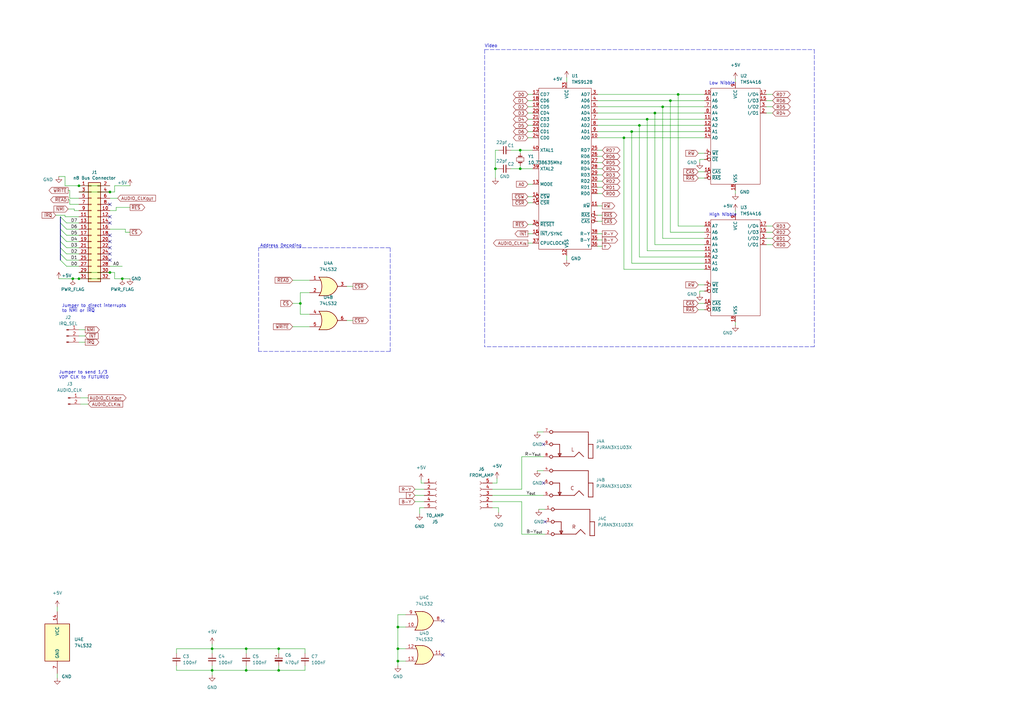
<source format=kicad_sch>
(kicad_sch (version 20211123) (generator eeschema)
  (paper "A3")
  (title_block (title "Pixel Juice") (date "2023-03-03") (rev "v1") (company "Nate Rivard"))
  (lib_symbols
    (symbol "74xx:74LS32" (pin_names (offset 1.016))
      (property "Reference" "U" (at 0 1.27 0))
      (property "Value" "74LS32" (at 0 -1.27 0))
      (symbol "74LS32_1_1"
        (pin input line (at -7.62 2.54 0) (length 4.318) (name "~") (number "1"))
        (pin input line (at -7.62 -2.54 0) (length 4.318) (name "~") (number "2"))
        (pin output line (at 7.62 0 180) (length 3.81) (name "~") (number "3"))
      )
      (symbol "74LS32_1_2"
        (pin input inverted (at -7.62 2.54 0) (length 3.81) (name "~") (number "1"))
        (pin input inverted (at -7.62 -2.54 0) (length 3.81) (name "~") (number "2"))
        (pin output inverted (at 7.62 0 180) (length 3.81) (name "~") (number "3"))
      )
      (symbol "74LS32_2_1"
        (pin input line (at -7.62 2.54 0) (length 4.318) (name "~") (number "4"))
        (pin input line (at -7.62 -2.54 0) (length 4.318) (name "~") (number "5"))
        (pin output line (at 7.62 0 180) (length 3.81) (name "~") (number "6"))
      )
      (symbol "74LS32_2_2"
        (pin input inverted (at -7.62 2.54 0) (length 3.81) (name "~") (number "4"))
        (pin input inverted (at -7.62 -2.54 0) (length 3.81) (name "~") (number "5"))
        (pin output inverted (at 7.62 0 180) (length 3.81) (name "~") (number "6"))
      )
      (symbol "74LS32_3_1"
        (pin input line (at -7.62 -2.54 0) (length 4.318) (name "~") (number "10"))
        (pin output line (at 7.62 0 180) (length 3.81) (name "~") (number "8"))
        (pin input line (at -7.62 2.54 0) (length 4.318) (name "~") (number "9"))
      )
      (symbol "74LS32_3_2"
        (pin input inverted (at -7.62 -2.54 0) (length 3.81) (name "~") (number "10"))
        (pin output inverted (at 7.62 0 180) (length 3.81) (name "~") (number "8"))
        (pin input inverted (at -7.62 2.54 0) (length 3.81) (name "~") (number "9"))
      )
      (symbol "74LS32_4_1"
        (pin output line (at 7.62 0 180) (length 3.81) (name "~") (number "11"))
        (pin input line (at -7.62 2.54 0) (length 4.318) (name "~") (number "12"))
        (pin input line (at -7.62 -2.54 0) (length 4.318) (name "~") (number "13"))
      )
      (symbol "74LS32_4_2"
        (pin output inverted (at 7.62 0 180) (length 3.81) (name "~") (number "11"))
        (pin input inverted (at -7.62 2.54 0) (length 3.81) (name "~") (number "12"))
        (pin input inverted (at -7.62 -2.54 0) (length 3.81) (name "~") (number "13"))
      )
      (symbol "74LS32_5_0"
        (pin power_in line (at 0 12.7 270) (length 5.08) (name "VCC") (number "14"))
        (pin power_in line (at 0 -12.7 90) (length 5.08) (name "GND") (number "7"))
      )
    )
    (symbol "Connector:Conn_01x02_Male" (pin_names (offset 1.016) hide)
      (property "Reference" "J" (at 0 2.54 0))
      (property "Value" "Conn_01x02_Male" (at 0 -5.08 0))
      (symbol "Conn_01x02_Male_1_1"
        (pin passive line (at 5.08 0 180) (length 3.81) (name "Pin_1") (number "1"))
        (pin passive line (at 5.08 -2.54 180) (length 3.81) (name "Pin_2") (number "2"))
      )
    )
    (symbol "Connector:Conn_01x03_Male" (pin_names (offset 1.016) hide)
      (property "Reference" "J" (at 0 5.08 0))
      (property "Value" "Conn_01x03_Male" (at 0 -5.08 0))
      (symbol "Conn_01x03_Male_1_1"
        (pin passive line (at 5.08 2.54 180) (length 3.81) (name "Pin_1") (number "1"))
        (pin passive line (at 5.08 0 180) (length 3.81) (name "Pin_2") (number "2"))
        (pin passive line (at 5.08 -2.54 180) (length 3.81) (name "Pin_3") (number "3"))
      )
    )
    (symbol "Connector:Conn_01x05_Female" (pin_names (offset 1.016) hide)
      (property "Reference" "J" (at 0 7.62 0))
      (property "Value" "Conn_01x05_Female" (at 0 -7.62 0))
      (symbol "Conn_01x05_Female_1_1"
        (pin passive line (at -5.08 5.08 0) (length 3.81) (name "Pin_1") (number "1"))
        (pin passive line (at -5.08 2.54 0) (length 3.81) (name "Pin_2") (number "2"))
        (pin passive line (at -5.08 0 0) (length 3.81) (name "Pin_3") (number "3"))
        (pin passive line (at -5.08 -2.54 0) (length 3.81) (name "Pin_4") (number "4"))
        (pin passive line (at -5.08 -5.08 0) (length 3.81) (name "Pin_5") (number "5"))
      )
    )
    (symbol "Connector_Generic:Conn_02x16_Odd_Even" (pin_names (offset 1.016) hide)
      (property "Reference" "J" (at 1.27 20.32 0))
      (property "Value" "Conn_02x16_Odd_Even" (at 1.27 -22.86 0))
      (symbol "Conn_02x16_Odd_Even_1_1"
        (pin passive line (at -5.08 17.78 0) (length 3.81) (name "Pin_1") (number "1"))
        (pin passive line (at 7.62 7.62 180) (length 3.81) (name "Pin_10") (number "10"))
        (pin passive line (at -5.08 5.08 0) (length 3.81) (name "Pin_11") (number "11"))
        (pin passive line (at 7.62 5.08 180) (length 3.81) (name "Pin_12") (number "12"))
        (pin passive line (at -5.08 2.54 0) (length 3.81) (name "Pin_13") (number "13"))
        (pin passive line (at 7.62 2.54 180) (length 3.81) (name "Pin_14") (number "14"))
        (pin passive line (at -5.08 0 0) (length 3.81) (name "Pin_15") (number "15"))
        (pin passive line (at 7.62 0 180) (length 3.81) (name "Pin_16") (number "16"))
        (pin passive line (at -5.08 -2.54 0) (length 3.81) (name "Pin_17") (number "17"))
        (pin passive line (at 7.62 -2.54 180) (length 3.81) (name "Pin_18") (number "18"))
        (pin passive line (at -5.08 -5.08 0) (length 3.81) (name "Pin_19") (number "19"))
        (pin passive line (at 7.62 17.78 180) (length 3.81) (name "Pin_2") (number "2"))
        (pin passive line (at 7.62 -5.08 180) (length 3.81) (name "Pin_20") (number "20"))
        (pin passive line (at -5.08 -7.62 0) (length 3.81) (name "Pin_21") (number "21"))
        (pin passive line (at 7.62 -7.62 180) (length 3.81) (name "Pin_22") (number "22"))
        (pin passive line (at -5.08 -10.16 0) (length 3.81) (name "Pin_23") (number "23"))
        (pin passive line (at 7.62 -10.16 180) (length 3.81) (name "Pin_24") (number "24"))
        (pin passive line (at -5.08 -12.7 0) (length 3.81) (name "Pin_25") (number "25"))
        (pin passive line (at 7.62 -12.7 180) (length 3.81) (name "Pin_26") (number "26"))
        (pin passive line (at -5.08 -15.24 0) (length 3.81) (name "Pin_27") (number "27"))
        (pin passive line (at 7.62 -15.24 180) (length 3.81) (name "Pin_28") (number "28"))
        (pin passive line (at -5.08 -17.78 0) (length 3.81) (name "Pin_29") (number "29"))
        (pin passive line (at -5.08 15.24 0) (length 3.81) (name "Pin_3") (number "3"))
        (pin passive line (at 7.62 -17.78 180) (length 3.81) (name "Pin_30") (number "30"))
        (pin passive line (at -5.08 -20.32 0) (length 3.81) (name "Pin_31") (number "31"))
        (pin passive line (at 7.62 -20.32 180) (length 3.81) (name "Pin_32") (number "32"))
        (pin passive line (at 7.62 15.24 180) (length 3.81) (name "Pin_4") (number "4"))
        (pin passive line (at -5.08 12.7 0) (length 3.81) (name "Pin_5") (number "5"))
        (pin passive line (at 7.62 12.7 180) (length 3.81) (name "Pin_6") (number "6"))
        (pin passive line (at -5.08 10.16 0) (length 3.81) (name "Pin_7") (number "7"))
        (pin passive line (at 7.62 10.16 180) (length 3.81) (name "Pin_8") (number "8"))
        (pin passive line (at -5.08 7.62 0) (length 3.81) (name "Pin_9") (number "9"))
      )
    )
    (symbol "Device:C_Polarized_Small" (pin_numbers hide) (pin_names (offset 0.254) hide)
      (property "Reference" "C" (at 0.254 1.778 0))
      (property "Value" "C_Polarized_Small" (at 0.254 -2.032 0))
      (symbol "C_Polarized_Small_1_1"
        (pin passive line (at 0 2.54 270) (length 1.8542) (name "~") (number "1"))
        (pin passive line (at 0 -2.54 90) (length 1.8542) (name "~") (number "2"))
      )
    )
    (symbol "Device:C_Small" (pin_numbers hide) (pin_names (offset 0.254) hide)
      (property "Reference" "C" (at 0.254 1.778 0))
      (property "Value" "C_Small" (at 0.254 -2.032 0))
      (symbol "C_Small_1_1"
        (pin passive line (at 0 2.54 270) (length 2.032) (name "~") (number "1"))
        (pin passive line (at 0 -2.54 90) (length 2.032) (name "~") (number "2"))
      )
    )
    (symbol "Device:Crystal_Small" (pin_numbers hide) (pin_names (offset 1.016) hide)
      (property "Reference" "Y" (at 0 2.54 0))
      (property "Value" "Crystal_Small" (at 0 -2.54 0))
      (symbol "Crystal_Small_1_1"
        (pin passive line (at -2.54 0 0) (length 1.27) (name "1") (number "1"))
        (pin passive line (at 2.54 0 180) (length 1.27) (name "2") (number "2"))
      )
    )
    (symbol "PJRAN3X1U03X:PJRAN3X1U03X" (pin_names (offset 1.016))
      (property "Reference" "J" (at 0 0 0))
      (property "Value" "PJRAN3X1U03X" (at 0 0 0))
      (symbol "PJRAN3X1U03X_1_0"
        (text "L" (at -1.27 1.27 0) (effects (font (size 1.48 1.48)) (justify left top)))
        (pin passive line (at 11.43 -5.08 180) (length 2.54) (name "~") (number "7"))
        (pin passive line (at 11.4253 5.08 180) (length 2.54) (name "~") (number "8"))
        (pin passive line (at 11.43 0 180) (length 2.54) (name "~") (number "9"))
      )
      (symbol "PJRAN3X1U03X_2_0"
        (text "C" (at -1.27 1.27 0) (effects (font (size 1.48 1.48)) (justify left top)))
        (pin passive line (at 11.43 -5.08 180) (length 2.54) (name "~") (number "4"))
        (pin passive line (at 11.43 5.08 180) (length 2.54) (name "~") (number "5"))
        (pin passive line (at 11.43 0 180) (length 2.54) (name "~") (number "6"))
      )
      (symbol "PJRAN3X1U03X_3_0"
        (text "R" (at -1.27 1.27 0) (effects (font (size 1.48 1.48)) (justify left top)))
        (pin passive line (at 11.43 -5.08 180) (length 2.54) (name "~") (number "1"))
        (pin passive line (at 11.43 5.08 180) (length 2.54) (name "~") (number "2"))
        (pin passive line (at 11.43 0 180) (length 2.54) (name "~") (number "3"))
      )
    )
    (symbol "VDP:TMS4416"
      (property "Reference" "U" (at 0 -3.81 0))
      (property "Value" "TMS4416" (at 0 -1.27 0))
      (symbol "TMS4416_1_1"
        (pin input inverted (at -12.7 -11.43 0) (length 2.54) (name "~{OE}") (number "1"))
        (pin input line (at -12.7 15.24 0) (length 2.54) (name "A7") (number "10"))
        (pin input line (at -12.7 5.08 0) (length 2.54) (name "A3") (number "11"))
        (pin input line (at -12.7 2.54 0) (length 2.54) (name "A2") (number "12"))
        (pin input line (at -12.7 0 0) (length 2.54) (name "A1") (number "13"))
        (pin input line (at -12.7 -2.54 0) (length 2.54) (name "A0") (number "14"))
        (pin bidirectional line (at 12.7 12.7 180) (length 2.54) (name "I/O3") (number "15"))
        (pin input inverted (at -12.7 -16.51 0) (length 2.54) (name "~{CAS}") (number "16"))
        (pin bidirectional line (at 12.7 15.24 180) (length 2.54) (name "I/O4") (number "17"))
        (pin power_in line (at 0 -24.13 90) (length 2.54) (name "VSS") (number "18"))
        (pin bidirectional line (at 12.7 7.62 180) (length 2.54) (name "I/O1") (number "2"))
        (pin bidirectional line (at 12.7 10.16 180) (length 2.54) (name "I/O2") (number "3"))
        (pin input inverted (at -12.7 -8.89 0) (length 2.54) (name "~{WE}") (number "4"))
        (pin input inverted (at -12.7 -19.05 0) (length 2.54) (name "~{RAS}") (number "5"))
        (pin input line (at -12.7 12.7 0) (length 2.54) (name "A6") (number "6"))
        (pin input line (at -12.7 10.16 0) (length 2.54) (name "A5") (number "7"))
        (pin input line (at -12.7 7.62 0) (length 2.54) (name "A4") (number "8"))
        (pin power_in line (at 0 20.32 270) (length 2.54) (name "VCC") (number "9"))
      )
    )
    (symbol "VDP:TMS9128"
      (property "Reference" "U" (at -10.16 31.75 0))
      (property "Value" "TMS9128" (at 0 0 0))
      (symbol "TMS9128_1_1"
        (pin output inverted (at 12.7 -21.59 180) (length 2.54) (name "~{RAS}") (number "1"))
        (pin output line (at 12.7 10.16 180) (length 2.54) (name "AD0") (number "10"))
        (pin output line (at 12.7 -17.78 180) (length 2.54) (name "R~{W}") (number "11"))
        (pin power_in line (at 0 -38.1 90) (length 2.54) (name "VSS") (number "12"))
        (pin input line (at -13.97 -8.89 0) (length 2.54) (name "MODE") (number "13"))
        (pin input inverted (at -13.97 -13.97 0) (length 2.54) (name "~{CSW}") (number "14"))
        (pin input inverted (at -13.97 -16.51 0) (length 2.54) (name "~{CSR}") (number "15"))
        (pin output inverted (at -13.97 -29.21 0) (length 2.54) (name "~{INT}/SYNC") (number "16"))
        (pin input line (at -13.97 27.94 0) (length 2.54) (name "CD7") (number "17"))
        (pin input line (at -13.97 25.4 0) (length 2.54) (name "CD6") (number "18"))
        (pin input line (at -13.97 22.86 0) (length 2.54) (name "CD5") (number "19"))
        (pin output inverted (at 12.7 -24.13 180) (length 2.54) (name "~{CAS}") (number "2"))
        (pin input line (at -13.97 20.32 0) (length 2.54) (name "CD4") (number "20"))
        (pin input line (at -13.97 17.78 0) (length 2.54) (name "CD3") (number "21"))
        (pin input line (at -13.97 15.24 0) (length 2.54) (name "CD2") (number "22"))
        (pin input line (at -13.97 12.7 0) (length 2.54) (name "CD1") (number "23"))
        (pin input line (at -13.97 10.16 0) (length 2.54) (name "CD0") (number "24"))
        (pin bidirectional line (at 12.7 5.08 180) (length 2.54) (name "RD7") (number "25"))
        (pin bidirectional line (at 12.7 2.54 180) (length 2.54) (name "RD6") (number "26"))
        (pin bidirectional line (at 12.7 0 180) (length 2.54) (name "RD5") (number "27"))
        (pin bidirectional line (at 12.7 -2.54 180) (length 2.54) (name "RD4") (number "28"))
        (pin bidirectional line (at 12.7 -5.08 180) (length 2.54) (name "RD3") (number "29"))
        (pin output line (at 12.7 27.94 180) (length 2.54) (name "AD7") (number "3"))
        (pin bidirectional line (at 12.7 -7.62 180) (length 2.54) (name "RD2") (number "30"))
        (pin bidirectional line (at 12.7 -10.16 180) (length 2.54) (name "RD1") (number "31"))
        (pin bidirectional line (at 12.7 -12.7 180) (length 2.54) (name "RD0") (number "32"))
        (pin power_in line (at 0 33.02 270) (length 2.54) (name "VCC") (number "33"))
        (pin input inverted (at -13.97 -25.4 0) (length 2.54) (name "~{RESET}") (number "34"))
        (pin output line (at 12.7 -31.75 180) (length 2.54) (name "B-Y") (number "35"))
        (pin output line (at 12.7 -34.29 180) (length 2.54) (name "Y") (number "36"))
        (pin output line (at -13.97 -33.02 0) (length 2.54) (name "CPUCLOCK") (number "37"))
        (pin output line (at 12.7 -29.21 180) (length 2.54) (name "R-Y") (number "38"))
        (pin input line (at -13.97 -2.54 0) (length 2.54) (name "XTAL2") (number "39"))
        (pin output line (at 12.7 25.4 180) (length 2.54) (name "AD6") (number "4"))
        (pin input line (at -13.97 5.08 0) (length 2.54) (name "XTAL1") (number "40"))
        (pin output line (at 12.7 22.86 180) (length 2.54) (name "AD5") (number "5"))
        (pin output line (at 12.7 20.32 180) (length 2.54) (name "AD4") (number "6"))
        (pin output line (at 12.7 17.78 180) (length 2.54) (name "AD3") (number "7"))
        (pin output line (at 12.7 15.24 180) (length 2.54) (name "AD2") (number "8"))
        (pin output line (at 12.7 12.7 180) (length 2.54) (name "AD1") (number "9"))
      )
    )
    (symbol "power:+5V" (power) (pin_names (offset 0))
      (property "Value" "+5V" (at 0 3.556 0))
      (symbol "+5V_1_1"
        (pin power_in line (at 0 0 90) (length 0) hide (name "+5V") (number "1"))
      )
    )
    (symbol "power:GND" (power) (pin_names (offset 0))
      (property "Value" "GND" (at 0 -3.81 0))
      (symbol "GND_1_1"
        (pin power_in line (at 0 0 270) (length 0) hide (name "GND") (number "1"))
      )
    )
    (symbol "power:PWR_FLAG" (power) (pin_numbers hide) (pin_names (offset 0) hide)
      (property "Value" "PWR_FLAG" (at 0 3.81 0))
      (symbol "PWR_FLAG_0_0"
        (pin power_out line (at 0 0 90) (length 0) (name "pwr") (number "1"))
      )
    )
  )
  (junction (at 29.845 114.3))
  (junction (at 203.2 69.215))
  (junction (at 86.995 266.065))
  (junction (at 114.3 274.955))
  (junction (at 278.13 38.735))
  (junction (at 213.36 69.215))
  (junction (at 265.43 48.895))
  (junction (at 259.08 53.975))
  (junction (at 32.385 114.3))
  (junction (at 262.255 51.435))
  (junction (at 274.955 41.275))
  (junction (at 123.19 124.46))
  (junction (at 32.385 76.2))
  (junction (at 268.605 46.355))
  (junction (at 271.78 43.815))
  (junction (at 255.905 56.515))
  (junction (at 50.165 114.3))
  (junction (at 163.195 266.065))
  (junction (at 86.995 274.955))
  (junction (at 213.36 61.595))
  (junction (at 45.085 78.74))
  (junction (at 45.085 111.76))
  (junction (at 163.195 257.175))
  (junction (at 100.965 266.065))
  (junction (at 114.3 266.065))
  (junction (at 163.195 271.145))
  (junction (at 100.965 274.955))
  (no_connect (at 45.085 96.52))
  (no_connect (at 45.085 83.82))
  (no_connect (at 222.885 182.245))
  (no_connect (at 222.885 198.12))
  (no_connect (at 223.52 213.995))
  (no_connect (at 45.085 91.44))
  (no_connect (at 45.085 88.9))
  (no_connect (at 181.61 268.605))
  (no_connect (at 181.61 254.635))
  (no_connect (at 45.085 106.68))
  (no_connect (at 45.085 104.14))
  (no_connect (at 45.085 101.6))
  (no_connect (at 45.085 99.06))
  (bus_entry (at 27.305 106.68) (size -2.54 -2.54))
  (bus_entry (at 27.305 96.52) (size -2.54 -2.54))
  (bus_entry (at 27.305 99.06) (size -2.54 -2.54))
  (bus_entry (at 27.305 93.98) (size -2.54 -2.54))
  (bus_entry (at 27.305 91.44) (size -2.54 -2.54))
  (bus_entry (at 27.305 109.22) (size -2.54 -2.54))
  (bus_entry (at 27.305 101.6) (size -2.54 -2.54))
  (bus_entry (at 27.305 104.14) (size -2.54 -2.54))
  (wire (pts (xy 32.385 111.76) (xy 45.085 111.76)))
  (wire (pts (xy 46.99 78.74) (xy 46.99 76.2)))
  (wire (pts (xy 245.11 41.275) (xy 274.955 41.275)))
  (bus (pts (xy 24.765 101.6) (xy 24.765 104.14)))
  (wire (pts (xy 259.08 53.975) (xy 259.08 107.95)))
  (wire (pts (xy 316.865 43.815) (xy 314.325 43.815)))
  (wire (pts (xy 286.385 70.485) (xy 288.925 70.485)))
  (wire (pts (xy 216.535 75.565) (xy 218.44 75.565)))
  (wire (pts (xy 125.095 274.955) (xy 114.3 274.955)))
  (wire (pts (xy 46.99 114.3) (xy 50.165 114.3)))
  (wire (pts (xy 170.18 203.2) (xy 173.99 203.2)))
  (wire (pts (xy 247.015 61.595) (xy 245.11 61.595)))
  (bus (pts (xy 24.765 91.44) (xy 24.765 93.98)))
  (wire (pts (xy 32.385 101.6) (xy 27.305 101.6)))
  (wire (pts (xy 142.24 117.475) (xy 144.78 117.475)))
  (wire (pts (xy 255.905 110.49) (xy 288.925 110.49)))
  (wire (pts (xy 218.44 56.515) (xy 216.535 56.515)))
  (polyline (pts (xy 198.755 20.32) (xy 198.755 142.24)))
  (wire (pts (xy 316.865 38.735) (xy 314.325 38.735)))
  (wire (pts (xy 166.37 266.065) (xy 163.195 266.065)))
  (wire (pts (xy 271.78 43.815) (xy 288.925 43.815)))
  (wire (pts (xy 245.11 48.895) (xy 265.43 48.895)))
  (bus (pts (xy 24.765 99.06) (xy 24.765 101.6)))
  (wire (pts (xy 286.385 73.025) (xy 288.925 73.025)))
  (wire (pts (xy 271.78 43.815) (xy 271.78 97.79)))
  (wire (pts (xy 163.195 257.175) (xy 163.195 266.065)))
  (polyline (pts (xy 106.045 101.6) (xy 107.95 101.6)))
  (wire (pts (xy 218.44 43.815) (xy 216.535 43.815)))
  (wire (pts (xy 220.345 177.165) (xy 222.885 177.165)))
  (wire (pts (xy 114.3 267.97) (xy 114.3 266.065)))
  (polyline (pts (xy 160.02 101.6) (xy 160.02 144.145)))
  (wire (pts (xy 203.835 198.12) (xy 203.835 196.215)))
  (wire (pts (xy 86.995 264.16) (xy 86.995 266.065)))
  (wire (pts (xy 173.99 198.12) (xy 172.72 198.12)))
  (wire (pts (xy 32.385 83.82) (xy 28.575 83.82)))
  (wire (pts (xy 262.255 51.435) (xy 288.925 51.435)))
  (wire (pts (xy 259.08 53.975) (xy 288.925 53.975)))
  (bus (pts (xy 24.765 88.9) (xy 24.765 91.44)))
  (wire (pts (xy 213.995 219.075) (xy 223.52 219.075)))
  (wire (pts (xy 245.11 95.885) (xy 247.015 95.885)))
  (wire (pts (xy 245.11 100.965) (xy 247.015 100.965)))
  (wire (pts (xy 245.11 38.735) (xy 278.13 38.735)))
  (wire (pts (xy 86.995 273.05) (xy 86.995 274.955)))
  (wire (pts (xy 245.11 98.425) (xy 247.015 98.425)))
  (wire (pts (xy 120.015 124.46) (xy 123.19 124.46)))
  (wire (pts (xy 24.13 114.3) (xy 29.845 114.3)))
  (wire (pts (xy 72.39 267.97) (xy 72.39 266.065)))
  (wire (pts (xy 316.865 92.71) (xy 314.325 92.71)))
  (wire (pts (xy 245.11 84.455) (xy 247.015 84.455)))
  (wire (pts (xy 26.67 88.9) (xy 26.67 88.265)))
  (wire (pts (xy 203.2 61.595) (xy 203.2 69.215)))
  (wire (pts (xy 166.37 252.095) (xy 163.195 252.095)))
  (wire (pts (xy 72.39 266.065) (xy 86.995 266.065)))
  (wire (pts (xy 218.44 41.275) (xy 216.535 41.275)))
  (wire (pts (xy 32.385 140.335) (xy 34.925 140.335)))
  (wire (pts (xy 301.625 32.385) (xy 301.625 33.655)))
  (wire (pts (xy 32.385 109.22) (xy 27.305 109.22)))
  (wire (pts (xy 218.44 53.975) (xy 216.535 53.975)))
  (wire (pts (xy 209.55 61.595) (xy 213.36 61.595)))
  (wire (pts (xy 301.625 132.08) (xy 301.625 133.35)))
  (wire (pts (xy 28.575 83.82) (xy 28.575 81.915)))
  (polyline (pts (xy 198.755 20.32) (xy 334.01 20.32)))
  (wire (pts (xy 213.36 61.595) (xy 213.36 62.865)))
  (wire (pts (xy 213.995 219.075) (xy 213.995 205.74)))
  (wire (pts (xy 278.13 38.735) (xy 288.925 38.735)))
  (wire (pts (xy 23.495 248.92) (xy 23.495 250.825)))
  (wire (pts (xy 32.385 99.06) (xy 27.305 99.06)))
  (wire (pts (xy 30.48 85.725) (xy 27.94 85.725)))
  (wire (pts (xy 274.955 41.275) (xy 274.955 95.25)))
  (polyline (pts (xy 334.01 142.24) (xy 198.755 142.24)))
  (wire (pts (xy 86.995 274.955) (xy 100.965 274.955)))
  (wire (pts (xy 204.47 208.28) (xy 204.47 210.185)))
  (wire (pts (xy 271.78 97.79) (xy 288.925 97.79)))
  (wire (pts (xy 33.02 163.195) (xy 36.195 163.195)))
  (wire (pts (xy 218.44 48.895) (xy 216.535 48.895)))
  (wire (pts (xy 213.36 69.215) (xy 218.44 69.215)))
  (wire (pts (xy 32.385 106.68) (xy 27.305 106.68)))
  (wire (pts (xy 26.67 76.2) (xy 26.67 72.39)))
  (wire (pts (xy 286.385 116.84) (xy 288.925 116.84)))
  (wire (pts (xy 32.385 114.3) (xy 45.085 114.3)))
  (wire (pts (xy 32.385 135.255) (xy 34.925 135.255)))
  (wire (pts (xy 247.015 66.675) (xy 245.11 66.675)))
  (wire (pts (xy 32.385 91.44) (xy 27.305 91.44)))
  (wire (pts (xy 209.55 69.215) (xy 213.36 69.215)))
  (wire (pts (xy 301.625 86.36) (xy 301.625 87.63)))
  (wire (pts (xy 142.24 131.445) (xy 144.78 131.445)))
  (wire (pts (xy 46.99 76.2) (xy 53.34 76.2)))
  (wire (pts (xy 50.165 114.3) (xy 53.34 114.3)))
  (wire (pts (xy 47.625 86.36) (xy 47.625 85.09)))
  (wire (pts (xy 33.02 165.735) (xy 36.195 165.735)))
  (wire (pts (xy 32.385 96.52) (xy 27.305 96.52)))
  (wire (pts (xy 123.19 124.46) (xy 123.19 120.015)))
  (wire (pts (xy 201.93 203.2) (xy 222.885 203.2)))
  (wire (pts (xy 286.385 127) (xy 288.925 127)))
  (wire (pts (xy 127 128.905) (xy 123.19 128.905)))
  (wire (pts (xy 268.605 46.355) (xy 288.925 46.355)))
  (wire (pts (xy 125.095 266.065) (xy 125.095 267.97)))
  (wire (pts (xy 213.36 67.945) (xy 213.36 69.215)))
  (wire (pts (xy 213.995 187.325) (xy 213.995 200.66)))
  (wire (pts (xy 47.625 85.09) (xy 53.34 85.09)))
  (wire (pts (xy 45.085 109.22) (xy 50.165 109.22)))
  (wire (pts (xy 220.98 208.915) (xy 223.52 208.915)))
  (wire (pts (xy 114.3 273.05) (xy 114.3 274.955)))
  (wire (pts (xy 218.44 46.355) (xy 216.535 46.355)))
  (wire (pts (xy 216.535 80.645) (xy 218.44 80.645)))
  (wire (pts (xy 245.11 90.805) (xy 247.015 90.805)))
  (wire (pts (xy 28.575 81.28) (xy 28.575 78.105)))
  (wire (pts (xy 100.965 274.955) (xy 100.965 273.05)))
  (wire (pts (xy 247.015 79.375) (xy 245.11 79.375)))
  (wire (pts (xy 201.93 208.28) (xy 204.47 208.28)))
  (wire (pts (xy 30.48 86.36) (xy 30.48 85.725)))
  (wire (pts (xy 245.11 56.515) (xy 255.905 56.515)))
  (wire (pts (xy 29.845 114.3) (xy 32.385 114.3)))
  (wire (pts (xy 218.44 51.435) (xy 216.535 51.435)))
  (wire (pts (xy 316.865 97.79) (xy 314.325 97.79)))
  (wire (pts (xy 32.385 78.74) (xy 45.085 78.74)))
  (wire (pts (xy 125.095 273.05) (xy 125.095 274.955)))
  (wire (pts (xy 316.865 41.275) (xy 314.325 41.275)))
  (wire (pts (xy 287.02 65.405) (xy 288.925 65.405)))
  (wire (pts (xy 216.535 92.075) (xy 218.44 92.075)))
  (wire (pts (xy 245.11 53.975) (xy 259.08 53.975)))
  (wire (pts (xy 46.99 111.76) (xy 46.99 114.3)))
  (wire (pts (xy 216.535 83.185) (xy 218.44 83.185)))
  (wire (pts (xy 172.72 198.12) (xy 172.72 196.85)))
  (wire (pts (xy 114.3 266.065) (xy 100.965 266.065)))
  (wire (pts (xy 287.02 65.405) (xy 287.02 66.675)))
  (wire (pts (xy 32.385 104.14) (xy 27.305 104.14)))
  (wire (pts (xy 86.995 274.955) (xy 86.995 276.86)))
  (wire (pts (xy 287.02 119.38) (xy 288.925 119.38)))
  (wire (pts (xy 32.385 86.36) (xy 30.48 86.36)))
  (wire (pts (xy 301.625 78.105) (xy 301.625 79.375)))
  (wire (pts (xy 245.11 46.355) (xy 268.605 46.355)))
  (wire (pts (xy 201.93 205.74) (xy 213.995 205.74)))
  (wire (pts (xy 45.085 81.28) (xy 48.26 81.28)))
  (wire (pts (xy 26.67 72.39) (xy 24.13 72.39)))
  (wire (pts (xy 268.605 100.33) (xy 288.925 100.33)))
  (wire (pts (xy 170.18 200.66) (xy 173.99 200.66)))
  (wire (pts (xy 259.08 107.95) (xy 288.925 107.95)))
  (polyline (pts (xy 160.02 144.145) (xy 106.045 144.145)))
  (bus (pts (xy 24.765 96.52) (xy 24.765 99.06)))
  (wire (pts (xy 45.085 86.36) (xy 47.625 86.36)))
  (wire (pts (xy 232.41 31.75) (xy 232.41 33.655)))
  (wire (pts (xy 45.085 93.98) (xy 51.435 93.98)))
  (bus (pts (xy 24.765 104.14) (xy 24.765 106.68)))
  (wire (pts (xy 123.19 128.905) (xy 123.19 124.46)))
  (wire (pts (xy 255.905 56.515) (xy 288.925 56.515)))
  (bus (pts (xy 24.765 93.98) (xy 24.765 96.52)))
  (wire (pts (xy 247.015 71.755) (xy 245.11 71.755)))
  (wire (pts (xy 32.385 93.98) (xy 27.305 93.98)))
  (wire (pts (xy 173.99 208.28) (xy 172.085 208.28)))
  (wire (pts (xy 278.13 38.735) (xy 278.13 92.71)))
  (wire (pts (xy 218.44 38.735) (xy 216.535 38.735)))
  (wire (pts (xy 247.015 69.215) (xy 245.11 69.215)))
  (wire (pts (xy 163.195 271.145) (xy 163.195 273.05)))
  (wire (pts (xy 45.085 78.74) (xy 46.99 78.74)))
  (wire (pts (xy 114.3 274.955) (xy 100.965 274.955)))
  (wire (pts (xy 265.43 48.895) (xy 288.925 48.895)))
  (wire (pts (xy 170.18 205.74) (xy 173.99 205.74)))
  (wire (pts (xy 274.955 41.275) (xy 288.925 41.275)))
  (wire (pts (xy 32.385 76.2) (xy 45.085 76.2)))
  (wire (pts (xy 268.605 46.355) (xy 268.605 100.33)))
  (wire (pts (xy 262.255 105.41) (xy 288.925 105.41)))
  (wire (pts (xy 166.37 257.175) (xy 163.195 257.175)))
  (wire (pts (xy 216.535 95.885) (xy 218.44 95.885)))
  (wire (pts (xy 86.995 266.065) (xy 86.995 267.97)))
  (wire (pts (xy 26.67 76.2) (xy 32.385 76.2)))
  (polyline (pts (xy 106.045 144.145) (xy 106.045 101.6)))
  (wire (pts (xy 163.195 266.065) (xy 163.195 271.145)))
  (wire (pts (xy 120.015 133.985) (xy 127 133.985)))
  (wire (pts (xy 286.385 124.46) (xy 288.925 124.46)))
  (wire (pts (xy 286.385 62.865) (xy 288.925 62.865)))
  (wire (pts (xy 163.195 252.095) (xy 163.195 257.175)))
  (wire (pts (xy 26.67 88.265) (xy 22.86 88.265)))
  (wire (pts (xy 203.2 69.215) (xy 204.47 69.215)))
  (wire (pts (xy 51.435 95.25) (xy 53.34 95.25)))
  (wire (pts (xy 28.575 78.105) (xy 27.94 78.105)))
  (wire (pts (xy 245.11 51.435) (xy 262.255 51.435)))
  (wire (pts (xy 120.015 114.935) (xy 127 114.935)))
  (wire (pts (xy 166.37 271.145) (xy 163.195 271.145)))
  (wire (pts (xy 316.865 95.25) (xy 314.325 95.25)))
  (wire (pts (xy 265.43 102.87) (xy 288.925 102.87)))
  (wire (pts (xy 213.995 187.325) (xy 222.8897 187.325)))
  (wire (pts (xy 125.095 266.065) (xy 114.3 266.065)))
  (wire (pts (xy 213.995 200.66) (xy 201.93 200.66)))
  (wire (pts (xy 262.255 51.435) (xy 262.255 105.41)))
  (wire (pts (xy 100.965 266.065) (xy 100.965 267.97)))
  (wire (pts (xy 218.44 61.595) (xy 213.36 61.595)))
  (wire (pts (xy 287.02 119.38) (xy 287.02 120.65)))
  (wire (pts (xy 45.085 111.76) (xy 46.99 111.76)))
  (wire (pts (xy 245.11 43.815) (xy 271.78 43.815)))
  (wire (pts (xy 265.43 48.895) (xy 265.43 102.87)))
  (wire (pts (xy 278.13 92.71) (xy 288.925 92.71)))
  (wire (pts (xy 232.41 104.775) (xy 232.41 106.68)))
  (wire (pts (xy 51.435 93.98) (xy 51.435 95.25)))
  (wire (pts (xy 32.385 88.9) (xy 26.67 88.9)))
  (wire (pts (xy 220.345 193.04) (xy 222.885 193.04)))
  (wire (pts (xy 203.2 69.215) (xy 203.2 73.025)))
  (polyline (pts (xy 334.01 20.32) (xy 334.01 142.24)))
  (wire (pts (xy 86.995 266.065) (xy 100.965 266.065)))
  (wire (pts (xy 23.495 276.225) (xy 23.495 278.13)))
  (wire (pts (xy 216.535 99.695) (xy 218.44 99.695)))
  (wire (pts (xy 316.865 100.33) (xy 314.325 100.33)))
  (wire (pts (xy 255.905 56.515) (xy 255.905 110.49)))
  (polyline (pts (xy 107.95 101.6) (xy 160.02 101.6)))
  (wire (pts (xy 172.085 208.28) (xy 172.085 210.82)))
  (wire (pts (xy 247.015 74.295) (xy 245.11 74.295)))
  (wire (pts (xy 316.865 46.355) (xy 314.325 46.355)))
  (wire (pts (xy 247.015 76.835) (xy 245.11 76.835)))
  (wire (pts (xy 72.39 273.05) (xy 72.39 274.955)))
  (wire (pts (xy 32.385 137.795) (xy 34.925 137.795)))
  (wire (pts (xy 247.015 64.135) (xy 245.11 64.135)))
  (wire (pts (xy 123.19 120.015) (xy 127 120.015)))
  (wire (pts (xy 204.47 61.595) (xy 203.2 61.595)))
  (wire (pts (xy 201.93 198.12) (xy 203.835 198.12)))
  (wire (pts (xy 72.39 274.955) (xy 86.995 274.955)))
  (wire (pts (xy 245.11 88.265) (xy 247.015 88.265)))
  (wire (pts (xy 274.955 95.25) (xy 288.925 95.25)))
  (wire (pts (xy 32.385 81.28) (xy 28.575 81.28)))
  (wire (pts (xy 28.575 81.915) (xy 27.94 81.915)))
  (text "High Nibble" (at 290.83 88.9 0) (effects (font (size 1.27 1.27)) (justify left bottom)))
  (text "Low Nibble" (at 290.83 34.925 0) (effects (font (size 1.27 1.27)) (justify left bottom)))
  (text "Video" (at 198.755 19.685 0) (effects (font (size 1.27 1.27)) (justify left bottom)))
  (text "Address Decoding" (at 106.68 101.6 0) (effects (font (size 1.27 1.27)) (justify left bottom)))
  (text "Jumper to send 1/3 \nVDP CLK to FUTURE0" (at 24.13 155.575 0) (effects (font (size 1.27 1.27)) (justify left bottom)))
  (text "Jumper to direct interrupts\nto ~{NMI} or ~{IRQ}" (at 25.4 128.27 0) (effects (font (size 1.27 1.27)) (justify left bottom)))
  (label "D2" (at 31.75 104.14 180))
  (label "B-Y_{out}" (at 215.9 219.075 0))
  (label "D0" (at 31.75 109.22 180))
  (label "D6" (at 31.75 93.98 180))
  (label "A0" (at 46.355 109.22 0))
  (label "Y_{out}" (at 215.9 203.2 0))
  (label "D3" (at 31.75 101.6 180))
  (label "D5" (at 31.75 96.52 180))
  (label "D1" (at 31.75 106.68 180))
  (label "D7" (at 31.75 91.44 180))
  (label "D4" (at 31.75 99.06 180))
  (label "R-Y_{out}" (at 215.265 187.325 0))
  (global_label "D4" (shape bidirectional) (at 216.535 48.895 180) (property "Intersheet References" "${INTERSHEET_REFS}" (effects hide)))
  (global_label "AUDIO_CLK_{IN}" (shape output) (at 216.535 99.695 180) (property "Intersheet References" "${INTERSHEET_REFS}" (effects hide)))
  (global_label "D2" (shape bidirectional) (at 216.535 43.815 180) (property "Intersheet References" "${INTERSHEET_REFS}" (effects hide)))
  (global_label "~{CS}" (shape output) (at 53.34 95.25 0) (property "Intersheet References" "${INTERSHEET_REFS}" (effects hide)))
  (global_label "~{CSR}" (shape output) (at 144.78 117.475 0) (property "Intersheet References" "${INTERSHEET_REFS}" (effects hide)))
  (global_label "RD6" (shape bidirectional) (at 316.865 41.275 0) (property "Intersheet References" "${INTERSHEET_REFS}" (effects hide)))
  (global_label "RD0" (shape bidirectional) (at 247.015 79.375 0) (property "Intersheet References" "${INTERSHEET_REFS}" (effects hide)))
  (global_label "D0" (shape bidirectional) (at 216.535 38.735 180) (property "Intersheet References" "${INTERSHEET_REFS}" (effects hide)))
  (global_label "RD1" (shape bidirectional) (at 247.015 76.835 0) (property "Intersheet References" "${INTERSHEET_REFS}" (effects hide)))
  (global_label "RD7" (shape bidirectional) (at 247.015 61.595 0) (property "Intersheet References" "${INTERSHEET_REFS}" (effects hide)))
  (global_label "D6" (shape bidirectional) (at 216.535 53.975 180) (property "Intersheet References" "${INTERSHEET_REFS}" (effects hide)))
  (global_label "RD2" (shape bidirectional) (at 316.865 95.25 0) (property "Intersheet References" "${INTERSHEET_REFS}" (effects hide)))
  (global_label "AUDIO_CLK_{OUT}" (shape input) (at 48.26 81.28 0) (property "Intersheet References" "${INTERSHEET_REFS}" (effects hide)))
  (global_label "~{NMI}" (shape output) (at 34.925 135.255 0) (property "Intersheet References" "${INTERSHEET_REFS}" (effects hide)))
  (global_label "AUDIO_CLK_{OUT}" (shape output) (at 36.195 163.195 0) (property "Intersheet References" "${INTERSHEET_REFS}" (effects hide)))
  (global_label "RD5" (shape bidirectional) (at 316.865 43.815 0) (property "Intersheet References" "${INTERSHEET_REFS}" (effects hide)))
  (global_label "Y" (shape output) (at 247.015 100.965 0) (property "Intersheet References" "${INTERSHEET_REFS}" (effects hide)))
  (global_label "RD3" (shape bidirectional) (at 247.015 71.755 0) (property "Intersheet References" "${INTERSHEET_REFS}" (effects hide)))
  (global_label "R~{W}" (shape input) (at 286.385 116.84 180) (property "Intersheet References" "${INTERSHEET_REFS}" (effects hide)))
  (global_label "D7" (shape bidirectional) (at 216.535 56.515 180) (property "Intersheet References" "${INTERSHEET_REFS}" (effects hide)))
  (global_label "B-Y" (shape output) (at 247.015 98.425 0) (property "Intersheet References" "${INTERSHEET_REFS}" (effects hide)))
  (global_label "B-Y" (shape input) (at 170.18 205.74 180) (property "Intersheet References" "${INTERSHEET_REFS}" (effects hide)))
  (global_label "AUDIO_CLK_{IN}" (shape input) (at 36.195 165.735 0) (property "Intersheet References" "${INTERSHEET_REFS}" (effects hide)))
  (global_label "~{RAS}" (shape output) (at 247.015 88.265 0) (property "Intersheet References" "${INTERSHEET_REFS}" (effects hide)))
  (global_label "~{CAS}" (shape input) (at 286.385 70.485 180) (property "Intersheet References" "${INTERSHEET_REFS}" (effects hide)))
  (global_label "R-Y" (shape input) (at 170.18 200.66 180) (property "Intersheet References" "${INTERSHEET_REFS}" (effects hide)))
  (global_label "RD5" (shape bidirectional) (at 247.015 66.675 0) (property "Intersheet References" "${INTERSHEET_REFS}" (effects hide)))
  (global_label "~{RES}" (shape output) (at 53.34 85.09 0) (property "Intersheet References" "${INTERSHEET_REFS}" (effects hide)))
  (global_label "R~{W}" (shape input) (at 286.385 62.865 180) (property "Intersheet References" "${INTERSHEET_REFS}" (effects hide)))
  (global_label "RD4" (shape bidirectional) (at 316.865 46.355 0) (property "Intersheet References" "${INTERSHEET_REFS}" (effects hide)))
  (global_label "RD7" (shape bidirectional) (at 316.865 38.735 0) (property "Intersheet References" "${INTERSHEET_REFS}" (effects hide)))
  (global_label "~{RES}" (shape input) (at 216.535 92.075 180) (property "Intersheet References" "${INTERSHEET_REFS}" (effects hide)))
  (global_label "~{RAS}" (shape input) (at 286.385 73.025 180) (property "Intersheet References" "${INTERSHEET_REFS}" (effects hide)))
  (global_label "~{INT}" (shape output) (at 216.535 95.885 180) (property "Intersheet References" "${INTERSHEET_REFS}" (effects hide)))
  (global_label "~{RAS}" (shape input) (at 286.385 127 180) (property "Intersheet References" "${INTERSHEET_REFS}" (effects hide)))
  (global_label "R~{W}" (shape output) (at 247.015 84.455 0) (property "Intersheet References" "${INTERSHEET_REFS}" (effects hide)))
  (global_label "D3" (shape bidirectional) (at 216.535 46.355 180) (property "Intersheet References" "${INTERSHEET_REFS}" (effects hide)))
  (global_label "~{INT}" (shape input) (at 34.925 137.795 0) (property "Intersheet References" "${INTERSHEET_REFS}" (effects hide)))
  (global_label "RD1" (shape bidirectional) (at 316.865 97.79 0) (property "Intersheet References" "${INTERSHEET_REFS}" (effects hide)))
  (global_label "~{CSW}" (shape output) (at 144.78 131.445 0) (property "Intersheet References" "${INTERSHEET_REFS}" (effects hide)))
  (global_label "~{CAS}" (shape output) (at 247.015 90.805 0) (property "Intersheet References" "${INTERSHEET_REFS}" (effects hide)))
  (global_label "R-Y" (shape output) (at 247.015 95.885 0) (property "Intersheet References" "${INTERSHEET_REFS}" (effects hide)))
  (global_label "Y" (shape input) (at 170.18 203.2 180) (property "Intersheet References" "${INTERSHEET_REFS}" (effects hide)))
  (global_label "~{CSR}" (shape input) (at 216.535 83.185 180) (property "Intersheet References" "${INTERSHEET_REFS}" (effects hide)))
  (global_label "~{IRQ}" (shape input) (at 22.86 88.265 180) (property "Intersheet References" "${INTERSHEET_REFS}" (effects hide)))
  (global_label "RD4" (shape bidirectional) (at 247.015 69.215 0) (property "Intersheet References" "${INTERSHEET_REFS}" (effects hide)))
  (global_label "A0" (shape input) (at 216.535 75.565 180) (property "Intersheet References" "${INTERSHEET_REFS}" (effects hide)))
  (global_label "~{CAS}" (shape input) (at 286.385 124.46 180) (property "Intersheet References" "${INTERSHEET_REFS}" (effects hide)))
  (global_label "~{READ}" (shape input) (at 120.015 114.935 180) (property "Intersheet References" "${INTERSHEET_REFS}" (effects hide)))
  (global_label "~{IRQ}" (shape output) (at 34.925 140.335 0) (property "Intersheet References" "${INTERSHEET_REFS}" (effects hide)))
  (global_label "~{WRITE}" (shape output) (at 27.94 78.105 180) (property "Intersheet References" "${INTERSHEET_REFS}" (effects hide)))
  (global_label "RD0" (shape bidirectional) (at 316.865 100.33 0) (property "Intersheet References" "${INTERSHEET_REFS}" (effects hide)))
  (global_label "~{NMI}" (shape input) (at 27.94 85.725 180) (property "Intersheet References" "${INTERSHEET_REFS}" (effects hide)))
  (global_label "~{WRITE}" (shape input) (at 120.015 133.985 180) (property "Intersheet References" "${INTERSHEET_REFS}" (effects hide)))
  (global_label "~{READ}" (shape output) (at 27.94 81.915 180) (property "Intersheet References" "${INTERSHEET_REFS}" (effects hide)))
  (global_label "D1" (shape bidirectional) (at 216.535 41.275 180) (property "Intersheet References" "${INTERSHEET_REFS}" (effects hide)))
  (global_label "~{CS}" (shape input) (at 120.015 124.46 180) (property "Intersheet References" "${INTERSHEET_REFS}" (effects hide)))
  (global_label "RD2" (shape bidirectional) (at 247.015 74.295 0) (property "Intersheet References" "${INTERSHEET_REFS}" (effects hide)))
  (global_label "RD6" (shape bidirectional) (at 247.015 64.135 0) (property "Intersheet References" "${INTERSHEET_REFS}" (effects hide)))
  (global_label "D5" (shape bidirectional) (at 216.535 51.435 180) (property "Intersheet References" "${INTERSHEET_REFS}" (effects hide)))
  (global_label "~{CSW}" (shape input) (at 216.535 80.645 180) (property "Intersheet References" "${INTERSHEET_REFS}" (effects hide)))
  (global_label "RD3" (shape bidirectional) (at 316.865 92.71 0) (property "Intersheet References" "${INTERSHEET_REFS}" (effects hide)))
  (symbol (lib_id "Connector_Generic:Conn_02x16_Odd_Even") (at 37.465 93.98 0) (unit 1)
    (property "Reference" "J1" (at 38.735 70.6882 0))
    (property "Value" "n8 Bus Connector" (at 38.735 72.9996 0))
    (property "Footprint" "Connector_PinHeader_2.54mm:PinHeader_2x16_P2.54mm_Horizontal" (effects hide))
  )
  (symbol (lib_id "power:+5V") (at 53.34 76.2 0) (unit 1)
    (property "Reference" "#PWR06" (effects hide))
    (property "Value" "+5V" (at 50.165 74.93 0))
  )
  (symbol (lib_id "power:GND") (at 53.34 114.3 0) (unit 1)
    (property "Reference" "#PWR011" (effects hide))
    (property "Value" "GND" (at 55.88 114.3 0))
  )
  (symbol (lib_id "power:+5V") (at 24.13 114.3 0) (unit 1)
    (property "Reference" "#PWR010" (effects hide))
    (property "Value" "+5V" (at 27.305 113.03 0))
  )
  (symbol (lib_id "power:GND") (at 24.13 72.39 0) (unit 1)
    (property "Reference" "#PWR04" (effects hide))
    (property "Value" "GND" (at 19.685 73.66 0))
  )
  (symbol (lib_id "power:PWR_FLAG") (at 50.165 114.3 180) (unit 1)
    (property "Reference" "#FLG02" (effects hide))
    (property "Value" "PWR_FLAG" (at 50.165 118.6942 0))
  )
  (symbol (lib_id "power:PWR_FLAG") (at 29.845 114.3 180) (unit 1)
    (property "Reference" "#FLG01" (effects hide))
    (property "Value" "PWR_FLAG" (at 29.845 118.6942 0))
  )
  (symbol (lib_id "PJRAN3X1U03X:PJRAN3X1U03X") (at 234.315 182.245 180) (unit 1)
    (property "Reference" "J4" (at 244.475 180.9749 0) (effects (justify right)))
    (property "Value" "PJRAN3X1U03X" (at 244.475 183.5149 0) (effects (justify right)))
    (property "Footprint" "PJRAN3X1U03X:PJRAN3X1U01X" (effects hide))
    (property "MANUFACTURER" "Switchcraft" (effects hide))
    (property "DATASHEET" "http://datasheets.diptrace.com/con_rca_jack/pjran3x1u__x_series_cd.pdf" (effects hide))
  )
  (symbol (lib_id "74xx:74LS32") (at 134.62 131.445 0) (unit 2)
    (property "Reference" "U4" (at 134.62 121.92 0))
    (property "Value" "74LS32" (at 134.62 124.46 0))
    (property "Footprint" "Package_DIP:DIP-14_W7.62mm_Socket" (effects hide))
    (property "Datasheet" "http://www.ti.com/lit/gpn/sn74LS32" (effects hide))
  )
  (symbol (lib_id "power:GND") (at 301.625 133.35 0) (unit 1)
    (property "Reference" "#PWR013" (effects hide))
    (property "Value" "GND" (at 298.45 136.525 0))
  )
  (symbol (lib_id "74xx:74LS32") (at 23.495 263.525 0) (unit 5)
    (property "Reference" "U4" (at 30.48 262.2549 0) (effects (justify left)))
    (property "Value" "74LS32" (at 30.48 264.7949 0) (effects (justify left)))
    (property "Footprint" "Package_DIP:DIP-14_W7.62mm_Socket" (effects hide))
    (property "Datasheet" "http://www.ti.com/lit/gpn/sn74LS32" (effects hide))
  )
  (symbol (lib_id "power:GND") (at 287.02 120.65 0) (unit 1)
    (property "Reference" "#PWR012" (effects hide))
    (property "Value" "GND" (at 283.845 120.65 0))
  )
  (symbol (lib_id "power:GND") (at 301.625 79.375 0) (unit 1)
    (property "Reference" "#PWR07" (effects hide))
    (property "Value" "GND" (at 305.435 78.74 0))
  )
  (symbol (lib_id "power:+5V") (at 301.625 86.36 0) (unit 1)
    (property "Reference" "#PWR08" (effects hide))
    (property "Value" "+5V" (at 298.45 84.455 0))
  )
  (symbol (lib_id "PJRAN3X1U03X:PJRAN3X1U03X") (at 234.95 213.995 180) (unit 3)
    (property "Reference" "J4" (at 245.11 212.7249 0) (effects (justify right)))
    (property "Value" "PJRAN3X1U03X" (at 245.11 215.2649 0) (effects (justify right)))
    (property "Footprint" "PJRAN3X1U03X:PJRAN3X1U01X" (effects hide))
    (property "MANUFACTURER" "Switchcraft" (effects hide))
    (property "DATASHEET" "http://datasheets.diptrace.com/con_rca_jack/pjran3x1u__x_series_cd.pdf" (effects hide))
  )
  (symbol (lib_id "Device:C_Small") (at 100.965 270.51 0) (unit 1)
    (property "Reference" "C5" (at 103.505 269.2462 0) (effects (justify left)))
    (property "Value" "100nF" (at 103.505 271.7862 0) (effects (justify left)))
    (property "Footprint" "Capacitor_SMD:C_0805_2012Metric_Pad1.18x1.45mm_HandSolder" (effects hide))
  )
  (symbol (lib_id "power:GND") (at 287.02 66.675 0) (unit 1)
    (property "Reference" "#PWR03" (effects hide))
    (property "Value" "GND" (at 283.845 66.675 0))
  )
  (symbol (lib_id "power:GND") (at 232.41 106.68 0) (unit 1)
    (property "Reference" "#PWR09" (effects hide))
    (property "Value" "GND" (at 236.22 106.045 0))
  )
  (symbol (lib_id "power:+5V") (at 203.835 196.215 0) (unit 1)
    (property "Reference" "#PWR016" (effects hide))
    (property "Value" "+5V" (at 203.835 191.135 0))
  )
  (symbol (lib_id "Device:C_Small") (at 207.01 61.595 90) (unit 1)
    (property "Reference" "C1" (at 209.55 59.69 90))
    (property "Value" "22pf" (at 205.74 58.42 90))
    (property "Footprint" "Capacitor_THT:C_Disc_D5.0mm_W2.5mm_P2.50mm" (effects hide))
  )
  (symbol (lib_id "power:+5V") (at 232.41 31.75 0) (unit 1)
    (property "Reference" "#PWR01" (effects hide))
    (property "Value" "+5V" (at 228.6 32.385 0))
  )
  (symbol (lib_id "PJRAN3X1U03X:PJRAN3X1U03X") (at 234.315 198.12 180) (unit 2)
    (property "Reference" "J4" (at 244.475 196.8499 0) (effects (justify right)))
    (property "Value" "PJRAN3X1U03X" (at 244.475 199.3899 0) (effects (justify right)))
    (property "Footprint" "PJRAN3X1U03X:PJRAN3X1U01X" (effects hide))
    (property "MANUFACTURER" "Switchcraft" (effects hide))
    (property "DATASHEET" "http://datasheets.diptrace.com/con_rca_jack/pjran3x1u__x_series_cd.pdf" (effects hide))
  )
  (symbol (lib_id "power:+5V") (at 172.72 196.85 0) (unit 1)
    (property "Reference" "#PWR017" (effects hide))
    (property "Value" "+5V" (at 172.72 191.77 0))
  )
  (symbol (lib_id "power:+5V") (at 301.625 32.385 0) (unit 1)
    (property "Reference" "#PWR02" (effects hide))
    (property "Value" "+5V" (at 301.625 26.67 0))
  )
  (symbol (lib_id "power:GND") (at 203.2 73.025 0) (unit 1)
    (property "Reference" "#PWR05" (effects hide))
    (property "Value" "GND" (at 207.01 72.39 0))
  )
  (symbol (lib_id "power:GND") (at 23.495 278.13 0) (unit 1)
    (property "Reference" "#PWR025" (effects hide))
    (property "Value" "GND" (at 27.305 277.495 0))
  )
  (symbol (lib_id "Device:C_Small") (at 86.995 270.51 0) (unit 1)
    (property "Reference" "C4" (at 89.535 269.2462 0) (effects (justify left)))
    (property "Value" "100nF" (at 89.535 271.7862 0) (effects (justify left)))
    (property "Footprint" "Capacitor_SMD:C_0805_2012Metric_Pad1.18x1.45mm_HandSolder" (effects hide))
  )
  (symbol (lib_id "Device:C_Small") (at 72.39 270.51 0) (unit 1)
    (property "Reference" "C3" (at 74.93 269.2462 0) (effects (justify left)))
    (property "Value" "100nF" (at 74.93 271.7862 0) (effects (justify left)))
    (property "Footprint" "Capacitor_SMD:C_0805_2012Metric_Pad1.18x1.45mm_HandSolder" (effects hide))
  )
  (symbol (lib_id "power:+5V") (at 23.495 248.92 0) (unit 1)
    (property "Reference" "#PWR021" (effects hide))
    (property "Value" "+5V" (at 23.495 243.205 0))
  )
  (symbol (lib_id "power:GND") (at 220.345 177.165 0) (unit 1)
    (property "Reference" "#PWR014" (effects hide))
    (property "Value" "GND" (at 220.345 182.245 0))
  )
  (symbol (lib_id "power:GND") (at 163.195 273.05 0) (unit 1)
    (property "Reference" "#PWR023" (effects hide))
    (property "Value" "GND" (at 163.195 277.495 0))
  )
  (symbol (lib_id "Connector:Conn_01x05_Female") (at 179.07 203.2 0) (unit 1)
    (property "Reference" "J5" (at 178.435 213.995 0))
    (property "Value" "TO_AMP" (at 178.435 211.455 0))
    (property "Footprint" "Connector_PinSocket_2.54mm:PinSocket_1x05_P2.54mm_Vertical" (effects hide))
  )
  (symbol (lib_id "VDP:TMS9128") (at 232.41 66.675 0) (unit 1)
    (property "Reference" "U1" (at 234.4294 31.115 0) (effects (justify left)))
    (property "Value" "TMS9128" (at 234.4294 33.655 0) (effects (justify left)))
    (property "Footprint" "Package_DIP:DIP-40_W15.24mm_Socket" (effects hide))
  )
  (symbol (lib_id "power:GND") (at 172.085 210.82 0) (unit 1)
    (property "Reference" "#PWR020" (effects hide))
    (property "Value" "GND" (at 172.085 215.9 0))
  )
  (symbol (lib_id "VDP:TMS4416") (at 301.625 53.975 0) (unit 1)
    (property "Reference" "U2" (at 303.6444 31.115 0) (effects (justify left)))
    (property "Value" "TMS4416" (at 303.6444 33.655 0) (effects (justify left)))
    (property "Footprint" "Package_DIP:DIP-18_W7.62mm_Socket" (effects hide))
  )
  (symbol (lib_id "74xx:74LS32") (at 134.62 117.475 0) (unit 1)
    (property "Reference" "U4" (at 134.62 107.95 0))
    (property "Value" "74LS32" (at 134.62 110.49 0))
    (property "Footprint" "Package_DIP:DIP-14_W7.62mm_Socket" (effects hide))
    (property "Datasheet" "http://www.ti.com/lit/gpn/sn74LS32" (effects hide))
  )
  (symbol (lib_id "74xx:74LS32") (at 173.99 268.605 0) (unit 4)
    (property "Reference" "U4" (at 173.99 259.715 0))
    (property "Value" "74LS32" (at 173.99 262.255 0))
    (property "Footprint" "Package_DIP:DIP-14_W7.62mm_Socket" (effects hide))
    (property "Datasheet" "http://www.ti.com/lit/gpn/sn74LS32" (effects hide))
  )
  (symbol (lib_id "power:GND") (at 86.995 276.86 0) (unit 1)
    (property "Reference" "#PWR024" (effects hide))
    (property "Value" "GND" (at 86.995 281.94 0))
  )
  (symbol (lib_id "power:+5V") (at 86.995 264.16 0) (unit 1)
    (property "Reference" "#PWR022" (effects hide))
    (property "Value" "+5V" (at 86.995 259.08 0))
  )
  (symbol (lib_id "Device:C_Polarized_Small") (at 114.3 270.51 0) (unit 1)
    (property "Reference" "C6" (at 116.84 268.6938 0) (effects (justify left)))
    (property "Value" "470uF" (at 116.84 271.78 0) (effects (justify left)))
    (property "Footprint" "Capacitor_THT:CP_Radial_D8.0mm_P3.80mm" (effects hide))
  )
  (symbol (lib_id "power:GND") (at 220.345 193.04 0) (unit 1)
    (property "Reference" "#PWR015" (effects hide))
    (property "Value" "GND" (at 220.345 198.12 0))
  )
  (symbol (lib_id "Connector:Conn_01x03_Male") (at 27.305 137.795 0) (unit 1)
    (property "Reference" "J2" (at 27.94 130.175 0))
    (property "Value" "IRQ_SEL" (at 27.94 132.715 0))
    (property "Footprint" "Connector_PinHeader_2.54mm:PinHeader_1x03_P2.54mm_Vertical" (effects hide))
  )
  (symbol (lib_id "Device:C_Small") (at 207.01 69.215 90) (unit 1)
    (property "Reference" "C2" (at 209.55 67.31 90))
    (property "Value" "22pf" (at 205.74 66.04 90))
    (property "Footprint" "Capacitor_THT:C_Disc_D5.0mm_W2.5mm_P2.50mm" (effects hide))
  )
  (symbol (lib_id "power:GND") (at 204.47 210.185 0) (unit 1)
    (property "Reference" "#PWR019" (effects hide))
    (property "Value" "GND" (at 204.47 215.265 0))
  )
  (symbol (lib_id "Device:Crystal_Small") (at 213.36 65.405 90) (unit 1)
    (property "Reference" "Y1" (at 216.535 64.1349 90) (effects (justify right)))
    (property "Value" "10.738635Mhz" (at 216.535 66.6749 90) (effects (justify right)))
    (property "Footprint" "Crystal:Crystal_HC49-U_Horizontal" (effects hide))
  )
  (symbol (lib_id "Connector:Conn_01x02_Male") (at 27.94 163.195 0) (unit 1)
    (property "Reference" "J3" (at 28.575 157.48 0))
    (property "Value" "AUDIO_CLK" (at 28.575 160.02 0))
    (property "Footprint" "Connector_PinHeader_2.54mm:PinHeader_1x02_P2.54mm_Vertical" (effects hide))
  )
  (symbol (lib_id "VDP:TMS4416") (at 301.625 107.95 0) (unit 1)
    (property "Reference" "U3" (at 303.6444 85.09 0) (effects (justify left)))
    (property "Value" "TMS4416" (at 303.6444 87.63 0) (effects (justify left)))
    (property "Footprint" "Package_DIP:DIP-18_W7.62mm_Socket" (effects hide))
  )
  (symbol (lib_id "74xx:74LS32") (at 173.99 254.635 0) (unit 3)
    (property "Reference" "U4" (at 173.99 245.11 0))
    (property "Value" "74LS32" (at 173.99 247.65 0))
    (property "Footprint" "Package_DIP:DIP-14_W7.62mm_Socket" (effects hide))
    (property "Datasheet" "http://www.ti.com/lit/gpn/sn74LS32" (effects hide))
  )
  (symbol (lib_id "power:GND") (at 220.98 208.915 0) (unit 1)
    (property "Reference" "#PWR018" (effects hide))
    (property "Value" "GND" (at 220.98 213.995 0))
  )
  (symbol (lib_id "Connector:Conn_01x05_Female") (at 196.85 203.2 180) (unit 1)
    (property "Reference" "J6" (at 197.485 192.405 0))
    (property "Value" "FROM_AMP" (at 197.485 194.945 0))
    (property "Footprint" "Connector_PinSocket_2.54mm:PinSocket_1x05_P2.54mm_Vertical" (effects hide))
  )
  (symbol (lib_id "Device:C_Small") (at 125.095 270.51 0) (unit 1)
    (property "Reference" "C7" (at 127.635 269.2462 0) (effects (justify left)))
    (property "Value" "100nF" (at 127.635 271.7862 0) (effects (justify left)))
    (property "Footprint" "Capacitor_SMD:C_0805_2012Metric_Pad1.18x1.45mm_HandSolder" (effects hide))
  )
)
</source>
